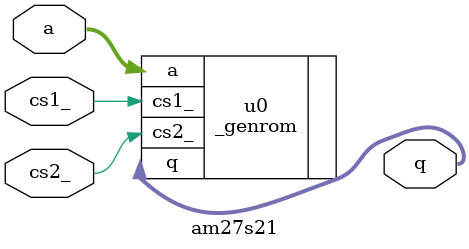
<source format=v>

`include "_genrom.v"

// am27s21 is WIDTH=4, HEIGHT=8

`timescale 1ns / 100ps

module am27s21(a, q, cs1_, cs2_);
parameter WIDTH=4;
parameter HEIGHT=8;
parameter INITH="";
parameter INITB="";

input [HEIGHT-1:0] a;
output [WIDTH-1:0] q;
input cs1_, cs2_;

_genrom #(.WIDTH(WIDTH),.HEIGHT(HEIGHT), .INITH(INITH), .INITB(INITB)) 
u0(
	.a(a), .q(q), .cs1_(cs1_), .cs2_(cs2_)
);

endmodule

</source>
